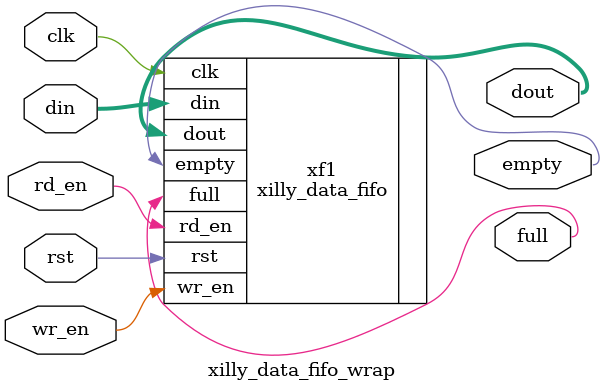
<source format=v>
`timescale 1ns / 1ps
module xilly_data_fifo_wrap( input rst, clk, wr_en, rd_en,
input [31:0] din,
output [31:0] dout,
output full,empty
    );
	 
xilly_data_fifo xf1 (
  .clk(clk), // input clk
  .rst(rst), // input rst
  .din(din), // input [31 : 0] din
  .wr_en(wr_en), // input wr_en
  .rd_en(rd_en), // input rd_en
  .dout(dout), // output [31 : 0] dout
  .full(full), // output full
  .empty(empty) // output empty
);
endmodule

</source>
